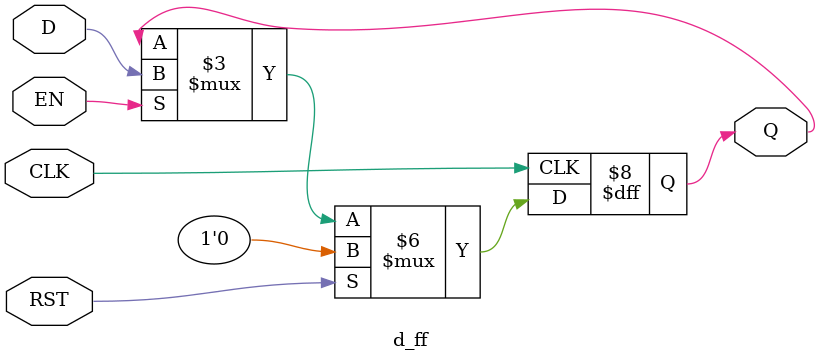
<source format=v>
`timescale 1ns / 1ps


module d_ff(CLK, D, Q, EN, RST);

   //----------------------------------------------------------------------
   // Parameters
   //----------------------------------------------------------------------

   parameter          width = 1;
   
   //----------------------------------------------------------------------
   // Inputs and outputs
   //----------------------------------------------------------------------

   input              CLK;
   input [0:width-1]  D;
   input 	      EN;
   input 	      RST;
   
   output [0:width-1] Q;

   //----------------------------------------------------------------------
   // Register
   //----------------------------------------------------------------------

   reg [0:width-1]    Q;

   always @( posedge CLK )
     begin
	if (RST)
	  Q <= {width{1'b0}};
	else if (EN)
	  Q <= D;
	else
	  Q <= Q;
     end

   //----------------------------------------------------------------------   
   
endmodule
</source>
